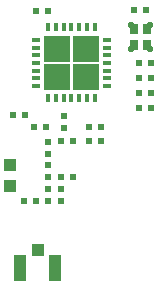
<source format=gbr>
G04 #@! TF.GenerationSoftware,KiCad,Pcbnew,5.1.0-rc2-unknown-4612175~81~ubuntu18.04.1*
G04 #@! TF.CreationDate,2019-03-08T09:47:56+02:00*
G04 #@! TF.ProjectId,LoRa_RevB,4c6f5261-5f52-4657-9642-2e6b69636164,rev?*
G04 #@! TF.SameCoordinates,Original*
G04 #@! TF.FileFunction,Paste,Top*
G04 #@! TF.FilePolarity,Positive*
%FSLAX46Y46*%
G04 Gerber Fmt 4.6, Leading zero omitted, Abs format (unit mm)*
G04 Created by KiCad (PCBNEW 5.1.0-rc2-unknown-4612175~81~ubuntu18.04.1) date 2019-03-08 09:47:56*
%MOMM*%
%LPD*%
G04 APERTURE LIST*
%ADD10R,1.049746X1.049746*%
%ADD11R,1.049746X2.199746*%
%ADD12R,1.015746X1.015746*%
%ADD13R,0.549746X0.499746*%
%ADD14C,0.549746*%
%ADD15R,0.749746X0.849746*%
%ADD16R,2.200000X2.200000*%
%ADD17R,0.335000X0.760000*%
%ADD18R,0.760000X0.335000*%
%ADD19R,0.499746X0.549746*%
G04 APERTURE END LIST*
D10*
X81825000Y-76476400D03*
D11*
X80325000Y-77976400D03*
X83325000Y-77976400D03*
D12*
X79475000Y-71028000D03*
X79475000Y-69250000D03*
D13*
X82700000Y-72270000D03*
X82700000Y-71254000D03*
D14*
X91375000Y-57375000D03*
X91375000Y-59425000D03*
X89725000Y-59425000D03*
X89725000Y-57375000D03*
D15*
X91075000Y-57725000D03*
X91075000Y-59075000D03*
X90025000Y-59075000D03*
X90025000Y-57725000D03*
D16*
X83502000Y-59400000D03*
X83502000Y-61800000D03*
X85902000Y-59400000D03*
X85902000Y-61800000D03*
D17*
X86652000Y-63600000D03*
X86002000Y-63600000D03*
X85352000Y-63600000D03*
X84702000Y-63600000D03*
X84052000Y-63600000D03*
X83402000Y-63600000D03*
X82752000Y-63600000D03*
D18*
X81702000Y-62550000D03*
X81702000Y-61900000D03*
X81702000Y-61250000D03*
X81702000Y-60600000D03*
X81702000Y-59950000D03*
X81702000Y-59300000D03*
X81702000Y-58650000D03*
D17*
X82752000Y-57600000D03*
X83402000Y-57600000D03*
X84052000Y-57600000D03*
X84702000Y-57600000D03*
X85352000Y-57600000D03*
X86002000Y-57600000D03*
X86652000Y-57600000D03*
D18*
X87702000Y-58650000D03*
X87702000Y-59300000D03*
X87702000Y-59950000D03*
X87702000Y-60600000D03*
X87702000Y-61250000D03*
X87702000Y-61900000D03*
X87702000Y-62550000D03*
D13*
X82700000Y-70270000D03*
X82700000Y-69254000D03*
D19*
X80772000Y-65024000D03*
X79756000Y-65024000D03*
X84861400Y-67233800D03*
X83845400Y-67233800D03*
D13*
X84052000Y-66083000D03*
X84052000Y-65067000D03*
D19*
X82550000Y-66040000D03*
X81534000Y-66040000D03*
X80692000Y-72262000D03*
X81708000Y-72262000D03*
D13*
X83800000Y-71254000D03*
X83800000Y-72270000D03*
D19*
X84808000Y-70262000D03*
X83792000Y-70262000D03*
D13*
X82727800Y-67254000D03*
X82727800Y-68270000D03*
D19*
X86192000Y-67200000D03*
X87208000Y-67200000D03*
X86192000Y-66000000D03*
X87208000Y-66000000D03*
X81737200Y-56235600D03*
X82753200Y-56235600D03*
X91440000Y-61849000D03*
X90424000Y-61849000D03*
X91440000Y-64389000D03*
X90424000Y-64389000D03*
X91440000Y-63119000D03*
X90424000Y-63119000D03*
X91440000Y-60600000D03*
X90424000Y-60600000D03*
X90983000Y-56150000D03*
X89967000Y-56150000D03*
M02*

</source>
